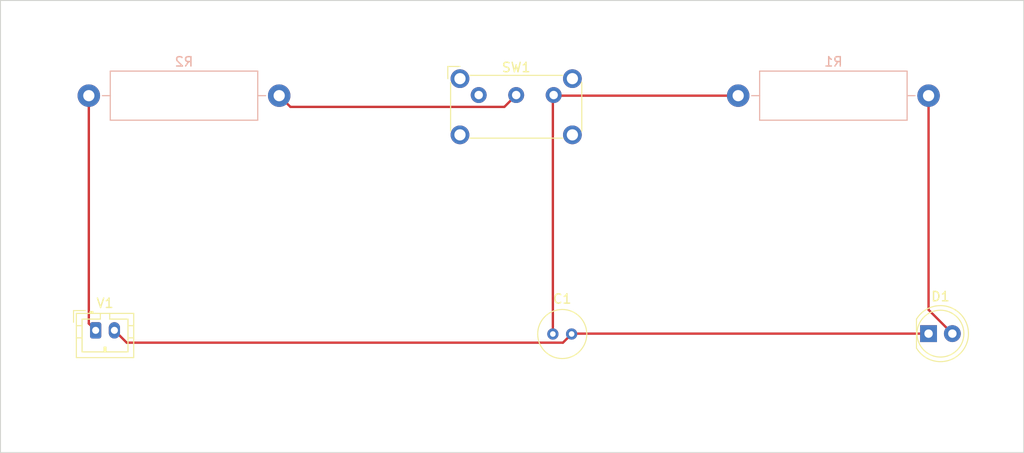
<source format=kicad_pcb>
(kicad_pcb (version 20211014) (generator pcbnew)
  (layers (0 "F.Cu" signal) (31 "B.Cu" signal) (34 "B.Paste" user) (35 "F.Paste" user) (36 "B.SilkS" user "B.Silkscreen") (37 "F.SilkS" user "F.Silkscreen") (38 "B.Mask" user) (39 "F.Mask" user) (44 "Edge.Cuts" user))
  (net 0 "")
  (net 1 "Net-(R1-Pad2)")
  (net 2 "Net-(C1-Pad2)")
  (net 3 "Net-(D1-Pad2)")
  (net 4 "Net-(R2-Pad1)")
  (net 5 "Net-(R2-Pad2)")
  (footprint "Connector_JST:JST_PH_B2B-PH-K_1x02_P2.00mm_Vertical" (layer "F.Cu") (at 104.14 101.25)
    (fp_text reference "V1" (at 1 -2.9) (layer "F.SilkS"))
    (fp_text value "9V")
    (fp_line (start -0.3 -1.91) (end -0.6 -1.91) (layer "F.SilkS") (width 0.12))
    (fp_line (start -2.06 2.91) (end 4.06 2.91) (layer "F.SilkS") (width 0.12))
    (fp_line (start -2.06 -0.5) (end -1.45 -0.5) (layer "F.SilkS") (width 0.12))
    (fp_line (start -0.3 -1.81) (end -0.3 -2.01) (layer "F.SilkS") (width 0.12))
    (fp_line (start 1.5 -1.2) (end 1.5 -1.81) (layer "F.SilkS") (width 0.12))
    (fp_line (start 1 2.3) (end 1 1.8) (layer "F.SilkS") (width 0.12))
    (fp_line (start -1.45 2.3) (end 3.45 2.3) (layer "F.SilkS") (width 0.12))
    (fp_line (start 0.5 -1.2) (end -1.45 -1.2) (layer "F.SilkS") (width 0.12))
    (fp_line (start -0.3 -2.01) (end -0.6 -2.01) (layer "F.SilkS") (width 0.12))
    (fp_line (start 0.9 1.8) (end 1.1 1.8) (layer "F.SilkS") (width 0.12))
    (fp_line (start 4.06 2.91) (end 4.06 -1.81) (layer "F.SilkS") (width 0.12))
    (fp_line (start 4.06 0.8) (end 3.45 0.8) (layer "F.SilkS") (width 0.12))
    (fp_line (start -0.6 -2.01) (end -0.6 -1.81) (layer "F.SilkS") (width 0.12))
    (fp_line (start -2.36 -2.11) (end -2.36 -0.86) (layer "F.SilkS") (width 0.12))
    (fp_line (start 0.5 -1.81) (end 0.5 -1.2) (layer "F.SilkS") (width 0.12))
    (fp_line (start 0.9 2.3) (end 0.9 1.8) (layer "F.SilkS") (width 0.12))
    (fp_line (start 3.45 -1.2) (end 1.5 -1.2) (layer "F.SilkS") (width 0.12))
    (fp_line (start -2.06 0.8) (end -1.45 0.8) (layer "F.SilkS") (width 0.12))
    (fp_line (start 3.45 2.3) (end 3.45 -1.2) (layer "F.SilkS") (width 0.12))
    (fp_line (start -2.06 -1.81) (end -2.06 2.91) (layer "F.SilkS") (width 0.12))
    (fp_line (start 4.06 -0.5) (end 3.45 -0.5) (layer "F.SilkS") (width 0.12))
    (fp_line (start 4.06 -1.81) (end -2.06 -1.81) (layer "F.SilkS") (width 0.12))
    (fp_line (start -1.11 -2.11) (end -2.36 -2.11) (layer "F.SilkS") (width 0.12))
    (fp_line (start 1.1 1.8) (end 1.1 2.3) (layer "F.SilkS") (width 0.12))
    (fp_line (start -1.45 -1.2) (end -1.45 2.3) (layer "F.SilkS") (width 0.12))
    (pad "1" thru_hole roundrect (at 0 0) (size 1.2 1.75) (drill 0.75) (layers *.Cu *.Mask) (roundrect_rratio 0.208333) (net 5 "Net-(R2-Pad2)"))
    (pad "2" thru_hole oval (at 2 0) (size 1.2 1.75) (drill 0.75) (layers *.Cu *.Mask) (net 2 "Net-(C1-Pad2)"))
  )
  (footprint "Capacitor_THT:C_Radial_D5.0mm_H5.0mm_P2.00mm" (layer "F.Cu") (at 152.94 101.64)
    (fp_text reference "C1" (at 1 -3.75) (layer "F.SilkS"))
    (fp_text value "4.7 nanF")
    (fp_circle (center 1 0) (end 3.62 0) (layer "F.SilkS") (width 0.12) (fill none))
    (pad "1" thru_hole circle (at 0 0) (size 1.2 1.2) (drill 0.6) (layers *.Cu *.Mask) (net 1 "Net-(R1-Pad2)"))
    (pad "2" thru_hole circle (at 2 0) (size 1.2 1.2) (drill 0.6) (layers *.Cu *.Mask) (net 2 "Net-(C1-Pad2)"))
  )
  (footprint "LED_THT:LED_D5.0mm" (layer "F.Cu") (at 193.04 101.6)
    (fp_text reference "D1" (at 1.27 -3.96) (layer "F.SilkS"))
    (fp_text value "LED")
    (fp_line (start -1.29 -1.545) (end -1.29 1.545) (layer "F.SilkS") (width 0.12))
    (fp_arc (start 4.26 -0.000462) (mid 2.072002 2.880433) (end -1.29 1.54483) (layer "F.SilkS") (width 0.12))
    (fp_arc (start -1.29 -1.54483) (mid 2.072002 -2.880433) (end 4.26 0.000462) (layer "F.SilkS") (width 0.12))
    (fp_circle (center 1.27 0) (end 3.77 0) (layer "F.SilkS") (width 0.12) (fill none))
    (pad "1" thru_hole rect (at 0 0) (size 1.8 1.8) (drill 0.9) (layers *.Cu *.Mask) (net 2 "Net-(C1-Pad2)"))
    (pad "2" thru_hole circle (at 2.54 0) (size 1.8 1.8) (drill 0.9) (layers *.Cu *.Mask) (net 3 "Net-(D1-Pad2)"))
  )
  (footprint "Button_Switch_THT:SW_E-Switch_EG1224_SPDT_Angled" (layer "F.Cu") (at 145.025 76.135)
    (fp_text reference "SW1" (at 4 -2.95) (layer "F.SilkS"))
    (fp_text value "SW_SPDT")
    (fp_line (start -0.95 -2.1) (end 8.95 -2.1) (layer "F.SilkS") (width 0.12))
    (fp_line (start -3.3 -1.75) (end -3.3 -3.05) (layer "F.SilkS") (width 0.12))
    (fp_line (start -3.3 -3.05) (end -2 -3.05) (layer "F.SilkS") (width 0.12))
    (fp_line (start -3 3.85) (end -3 -1.35) (layer "F.SilkS") (width 0.12))
    (fp_line (start 11 -1.35) (end 11 3.85) (layer "F.SilkS") (width 0.12))
    (fp_line (start 8.95 4.6) (end -0.95 4.6) (layer "F.SilkS") (width 0.12))
    (pad "" thru_hole circle (at -2 4.25) (size 2 2) (drill 1.2) (layers *.Cu *.Mask))
    (pad "" thru_hole circle (at 10 -1.75) (size 2 2) (drill 1.2) (layers *.Cu *.Mask))
    (pad "" thru_hole circle (at -2 -1.75) (size 2 2) (drill 1.2) (layers *.Cu *.Mask))
    (pad "" thru_hole circle (at 10 4.25) (size 2 2) (drill 1.2) (layers *.Cu *.Mask))
    (pad "1" thru_hole circle (at 0 0) (size 1.7 1.7) (drill 0.9) (layers *.Cu *.Mask))
    (pad "2" thru_hole circle (at 4 0) (size 1.7 1.7) (drill 0.9) (layers *.Cu *.Mask) (net 4 "Net-(R2-Pad1)"))
    (pad "3" thru_hole circle (at 8 0) (size 1.7 1.7) (drill 0.9) (layers *.Cu *.Mask) (net 1 "Net-(R1-Pad2)"))
  )
  (footprint "Resistor_THT:R_Axial_DIN0516_L15.5mm_D5.0mm_P20.32mm_Horizontal" (layer "B.Cu") (at 123.73 76.2 180)
    (fp_text reference "R2" (at 10.16 3.62) (layer "B.SilkS") (effects (justify mirror)))
    (fp_text value "2.2 kOhms")
    (fp_line (start 1.44 0) (end 2.29 0) (layer "B.SilkS") (width 0.12))
    (fp_line (start 2.29 2.62) (end 2.29 -2.62) (layer "B.SilkS") (width 0.12))
    (fp_line (start 18.03 -2.62) (end 18.03 2.62) (layer "B.SilkS") (width 0.12))
    (fp_line (start 18.88 0) (end 18.03 0) (layer "B.SilkS") (width 0.12))
    (fp_line (start 18.03 2.62) (end 2.29 2.62) (layer "B.SilkS") (width 0.12))
    (fp_line (start 2.29 -2.62) (end 18.03 -2.62) (layer "B.SilkS") (width 0.12))
    (pad "1" thru_hole circle (at 0 0 180) (size 2.4 2.4) (drill 1.2) (layers *.Cu *.Mask) (net 4 "Net-(R2-Pad1)"))
    (pad "2" thru_hole oval (at 20.32 0 180) (size 2.4 2.4) (drill 1.2) (layers *.Cu *.Mask) (net 5 "Net-(R2-Pad2)"))
  )
  (footprint "Resistor_THT:R_Axial_DIN0516_L15.5mm_D5.0mm_P20.32mm_Horizontal" (layer "B.Cu") (at 193.04 76.2 180)
    (fp_text reference "R1" (at 10.16 3.62) (layer "B.SilkS") (effects (justify mirror)))
    (fp_text value "20 kOhms")
    (fp_line (start 1.44 0) (end 2.29 0) (layer "B.SilkS") (width 0.12))
    (fp_line (start 2.29 -2.62) (end 18.03 -2.62) (layer "B.SilkS") (width 0.12))
    (fp_line (start 18.03 -2.62) (end 18.03 2.62) (layer "B.SilkS") (width 0.12))
    (fp_line (start 18.03 2.62) (end 2.29 2.62) (layer "B.SilkS") (width 0.12))
    (fp_line (start 2.29 2.62) (end 2.29 -2.62) (layer "B.SilkS") (width 0.12))
    (fp_line (start 18.88 0) (end 18.03 0) (layer "B.SilkS") (width 0.12))
    (pad "1" thru_hole circle (at 0 0 180) (size 2.4 2.4) (drill 1.2) (layers *.Cu *.Mask) (net 3 "Net-(D1-Pad2)"))
    (pad "2" thru_hole oval (at 20.32 0 180) (size 2.4 2.4) (drill 1.2) (layers *.Cu *.Mask) (net 1 "Net-(R1-Pad2)"))
  )
  (gr_rect (start 203.2 114.3) (end 93.98 66.04) (layer "Edge.Cuts") (width 0.1) (fill none))
  (segment (start 172.72 76.2) (end 153.09 76.2) (width 0.25) (layer "F.Cu") (net 1))
  (segment (start 152.94 101.64) (end 152.94 76.22) (width 0.25) (layer "F.Cu") (net 1))
  (segment (start 152.94 76.22) (end 153.025 76.135) (width 0.25) (layer "F.Cu") (net 1))
  (segment (start 153.09 76.2) (end 153.025 76.135) (width 0.25) (layer "F.Cu") (net 1))
  (segment (start 154.015 102.565) (end 154.94 101.64) (width 0.25) (layer "F.Cu") (net 2))
  (segment (start 154.98 101.6) (end 154.94 101.64) (width 0.25) (layer "F.Cu") (net 2))
  (segment (start 193.04 101.6) (end 154.98 101.6) (width 0.25) (layer "F.Cu") (net 2))
  (segment (start 106.14 101.25) (end 107.455 102.565) (width 0.25) (layer "F.Cu") (net 2))
  (segment (start 107.455 102.565) (end 154.015 102.565) (width 0.25) (layer "F.Cu") (net 2))
  (segment (start 193.04 99.06) (end 195.58 101.6) (width 0.25) (layer "F.Cu") (net 3))
  (segment (start 193.04 76.2) (end 193.04 99.06) (width 0.25) (layer "F.Cu") (net 3))
  (segment (start 147.76 77.4) (end 149.025 76.135) (width 0.25) (layer "F.Cu") (net 4))
  (segment (start 123.73 76.2) (end 124.93 77.4) (width 0.25) (layer "F.Cu") (net 4))
  (segment (start 124.93 77.4) (end 147.76 77.4) (width 0.25) (layer "F.Cu") (net 4))
  (segment (start 104.14 101.25) (end 103.41 100.52) (width 0.25) (layer "F.Cu") (net 5))
  (segment (start 103.41 100.52) (end 103.41 76.2) (width 0.25) (layer "F.Cu") (net 5))
)
</source>
